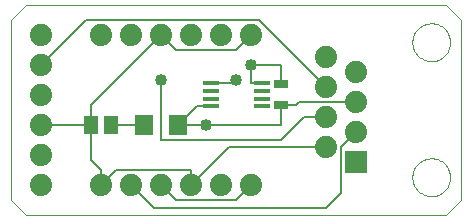
<source format=gtl>
G75*
G70*
%OFA0B0*%
%FSLAX24Y24*%
%IPPOS*%
%LPD*%
%AMOC8*
5,1,8,0,0,1.08239X$1,22.5*
%
%ADD10C,0.0000*%
%ADD11C,0.0740*%
%ADD12R,0.0740X0.0740*%
%ADD13R,0.0512X0.0591*%
%ADD14R,0.0630X0.0710*%
%ADD15R,0.0472X0.0315*%
%ADD16R,0.0531X0.0157*%
%ADD17C,0.0080*%
%ADD18C,0.0400*%
D10*
X000600Y000200D02*
X014600Y000200D01*
X015100Y000700D01*
X015100Y006700D01*
X014600Y007200D01*
X000600Y007200D01*
X000100Y006700D01*
X000100Y000700D01*
X000600Y000200D01*
X013470Y001450D02*
X013472Y001500D01*
X013478Y001550D01*
X013488Y001599D01*
X013502Y001647D01*
X013519Y001694D01*
X013540Y001739D01*
X013565Y001783D01*
X013593Y001824D01*
X013625Y001863D01*
X013659Y001900D01*
X013696Y001934D01*
X013736Y001964D01*
X013778Y001991D01*
X013822Y002015D01*
X013868Y002036D01*
X013915Y002052D01*
X013963Y002065D01*
X014013Y002074D01*
X014062Y002079D01*
X014113Y002080D01*
X014163Y002077D01*
X014212Y002070D01*
X014261Y002059D01*
X014309Y002044D01*
X014355Y002026D01*
X014400Y002004D01*
X014443Y001978D01*
X014484Y001949D01*
X014523Y001917D01*
X014559Y001882D01*
X014591Y001844D01*
X014621Y001804D01*
X014648Y001761D01*
X014671Y001717D01*
X014690Y001671D01*
X014706Y001623D01*
X014718Y001574D01*
X014726Y001525D01*
X014730Y001475D01*
X014730Y001425D01*
X014726Y001375D01*
X014718Y001326D01*
X014706Y001277D01*
X014690Y001229D01*
X014671Y001183D01*
X014648Y001139D01*
X014621Y001096D01*
X014591Y001056D01*
X014559Y001018D01*
X014523Y000983D01*
X014484Y000951D01*
X014443Y000922D01*
X014400Y000896D01*
X014355Y000874D01*
X014309Y000856D01*
X014261Y000841D01*
X014212Y000830D01*
X014163Y000823D01*
X014113Y000820D01*
X014062Y000821D01*
X014013Y000826D01*
X013963Y000835D01*
X013915Y000848D01*
X013868Y000864D01*
X013822Y000885D01*
X013778Y000909D01*
X013736Y000936D01*
X013696Y000966D01*
X013659Y001000D01*
X013625Y001037D01*
X013593Y001076D01*
X013565Y001117D01*
X013540Y001161D01*
X013519Y001206D01*
X013502Y001253D01*
X013488Y001301D01*
X013478Y001350D01*
X013472Y001400D01*
X013470Y001450D01*
X013470Y005950D02*
X013472Y006000D01*
X013478Y006050D01*
X013488Y006099D01*
X013502Y006147D01*
X013519Y006194D01*
X013540Y006239D01*
X013565Y006283D01*
X013593Y006324D01*
X013625Y006363D01*
X013659Y006400D01*
X013696Y006434D01*
X013736Y006464D01*
X013778Y006491D01*
X013822Y006515D01*
X013868Y006536D01*
X013915Y006552D01*
X013963Y006565D01*
X014013Y006574D01*
X014062Y006579D01*
X014113Y006580D01*
X014163Y006577D01*
X014212Y006570D01*
X014261Y006559D01*
X014309Y006544D01*
X014355Y006526D01*
X014400Y006504D01*
X014443Y006478D01*
X014484Y006449D01*
X014523Y006417D01*
X014559Y006382D01*
X014591Y006344D01*
X014621Y006304D01*
X014648Y006261D01*
X014671Y006217D01*
X014690Y006171D01*
X014706Y006123D01*
X014718Y006074D01*
X014726Y006025D01*
X014730Y005975D01*
X014730Y005925D01*
X014726Y005875D01*
X014718Y005826D01*
X014706Y005777D01*
X014690Y005729D01*
X014671Y005683D01*
X014648Y005639D01*
X014621Y005596D01*
X014591Y005556D01*
X014559Y005518D01*
X014523Y005483D01*
X014484Y005451D01*
X014443Y005422D01*
X014400Y005396D01*
X014355Y005374D01*
X014309Y005356D01*
X014261Y005341D01*
X014212Y005330D01*
X014163Y005323D01*
X014113Y005320D01*
X014062Y005321D01*
X014013Y005326D01*
X013963Y005335D01*
X013915Y005348D01*
X013868Y005364D01*
X013822Y005385D01*
X013778Y005409D01*
X013736Y005436D01*
X013696Y005466D01*
X013659Y005500D01*
X013625Y005537D01*
X013593Y005576D01*
X013565Y005617D01*
X013540Y005661D01*
X013519Y005706D01*
X013502Y005753D01*
X013488Y005801D01*
X013478Y005850D01*
X013472Y005900D01*
X013470Y005950D01*
D11*
X011600Y004950D03*
X010600Y004450D03*
X011600Y003950D03*
X010600Y003450D03*
X011600Y002950D03*
X010600Y002450D03*
X008100Y001200D03*
X007100Y001200D03*
X006100Y001200D03*
X005100Y001200D03*
X004100Y001200D03*
X003100Y001200D03*
X001100Y001200D03*
X001100Y002200D03*
X001100Y003200D03*
X001100Y004200D03*
X001100Y005200D03*
X001100Y006200D03*
X003100Y006200D03*
X004100Y006200D03*
X005100Y006200D03*
X006100Y006200D03*
X007100Y006200D03*
X008100Y006200D03*
X010600Y005450D03*
D12*
X011600Y001950D03*
D13*
X003435Y003200D03*
X002765Y003200D03*
D14*
X004540Y003200D03*
X005660Y003200D03*
D15*
X009100Y003846D03*
X009100Y004554D03*
D16*
X008456Y004584D03*
X008456Y004328D03*
X008456Y004072D03*
X008456Y003816D03*
X006744Y003816D03*
X006744Y004072D03*
X006744Y004328D03*
X006744Y004584D03*
D17*
X007484Y004584D01*
X007600Y004700D01*
X008100Y004584D02*
X008456Y004584D01*
X008100Y004584D02*
X008100Y005200D01*
X009100Y005200D01*
X009100Y004554D01*
X009704Y003950D02*
X011600Y003950D01*
X010600Y004450D02*
X008350Y006700D01*
X002600Y006700D01*
X001100Y005200D01*
X002765Y003865D02*
X005100Y006200D01*
X005600Y005700D01*
X007600Y005700D01*
X008100Y006200D01*
X005100Y004700D02*
X005100Y002700D01*
X009100Y002700D01*
X009850Y003450D01*
X010600Y003450D01*
X009704Y003950D02*
X009600Y003846D01*
X009100Y003846D01*
X009100Y003200D01*
X006600Y003200D01*
X005660Y003200D01*
X006276Y003816D01*
X006744Y003816D01*
X004540Y003200D02*
X003435Y003200D01*
X002765Y003200D02*
X001100Y003200D01*
X002765Y003200D02*
X002765Y003865D01*
X002765Y003200D02*
X002765Y002035D01*
X003100Y001700D01*
X003100Y001200D01*
X003600Y001700D01*
X006100Y001700D01*
X006100Y001200D01*
X007350Y002450D01*
X010600Y002450D01*
X011100Y002450D02*
X011600Y002950D01*
X011100Y002450D02*
X011100Y000930D01*
X010600Y000430D01*
X004870Y000430D01*
X004100Y001200D01*
X005100Y001200D02*
X005600Y000700D01*
X007600Y000700D01*
X008100Y001200D01*
D18*
X006600Y003200D03*
X007600Y004700D03*
X008100Y005200D03*
X005100Y004700D03*
M02*

</source>
